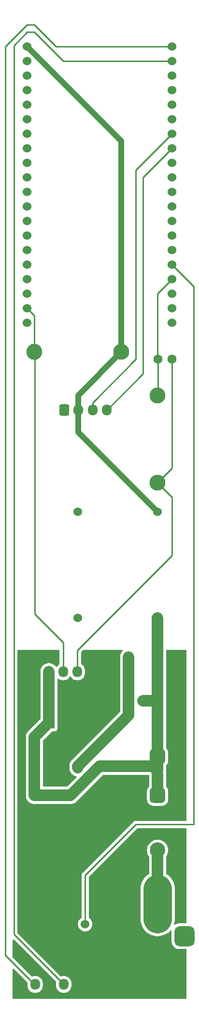
<source format=gtl>
%TF.GenerationSoftware,KiCad,Pcbnew,7.0.11-2.fc39*%
%TF.CreationDate,2024-04-23T12:03:01+00:00*%
%TF.ProjectId,Smart Prusa MK4 enclosure,536d6172-7420-4507-9275-7361204d4b34,1.2*%
%TF.SameCoordinates,Original*%
%TF.FileFunction,Copper,L1,Top*%
%TF.FilePolarity,Positive*%
%FSLAX46Y46*%
G04 Gerber Fmt 4.6, Leading zero omitted, Abs format (unit mm)*
G04 Created by KiCad (PCBNEW 7.0.11-2.fc39) date 2024-04-23 12:03:01*
%MOMM*%
%LPD*%
G01*
G04 APERTURE LIST*
G04 Aperture macros list*
%AMRoundRect*
0 Rectangle with rounded corners*
0 $1 Rounding radius*
0 $2 $3 $4 $5 $6 $7 $8 $9 X,Y pos of 4 corners*
0 Add a 4 corners polygon primitive as box body*
4,1,4,$2,$3,$4,$5,$6,$7,$8,$9,$2,$3,0*
0 Add four circle primitives for the rounded corners*
1,1,$1+$1,$2,$3*
1,1,$1+$1,$4,$5*
1,1,$1+$1,$6,$7*
1,1,$1+$1,$8,$9*
0 Add four rect primitives between the rounded corners*
20,1,$1+$1,$2,$3,$4,$5,0*
20,1,$1+$1,$4,$5,$6,$7,0*
20,1,$1+$1,$6,$7,$8,$9,0*
20,1,$1+$1,$8,$9,$2,$3,0*%
G04 Aperture macros list end*
%TA.AperFunction,ComponentPad*%
%ADD10C,2.800000*%
%TD*%
%TA.AperFunction,ComponentPad*%
%ADD11O,2.800000X2.800000*%
%TD*%
%TA.AperFunction,ComponentPad*%
%ADD12RoundRect,0.250000X-0.600000X-0.725000X0.600000X-0.725000X0.600000X0.725000X-0.600000X0.725000X0*%
%TD*%
%TA.AperFunction,ComponentPad*%
%ADD13O,1.700000X1.950000*%
%TD*%
%TA.AperFunction,ComponentPad*%
%ADD14RoundRect,0.675000X-0.675000X0.675000X-0.675000X-0.675000X0.675000X-0.675000X0.675000X0.675000X0*%
%TD*%
%TA.AperFunction,ComponentPad*%
%ADD15C,2.700000*%
%TD*%
%TA.AperFunction,ComponentPad*%
%ADD16C,1.524000*%
%TD*%
%TA.AperFunction,ComponentPad*%
%ADD17R,3.500000X3.500000*%
%TD*%
%TA.AperFunction,ComponentPad*%
%ADD18RoundRect,0.750000X1.000000X-0.750000X1.000000X0.750000X-1.000000X0.750000X-1.000000X-0.750000X0*%
%TD*%
%TA.AperFunction,ComponentPad*%
%ADD19RoundRect,0.875000X0.875000X-0.875000X0.875000X0.875000X-0.875000X0.875000X-0.875000X-0.875000X0*%
%TD*%
%TA.AperFunction,ComponentPad*%
%ADD20O,2.000000X2.000000*%
%TD*%
%TA.AperFunction,ComponentPad*%
%ADD21R,2.000000X2.000000*%
%TD*%
%TA.AperFunction,ComponentPad*%
%ADD22RoundRect,0.250000X0.600000X0.725000X-0.600000X0.725000X-0.600000X-0.725000X0.600000X-0.725000X0*%
%TD*%
%TA.AperFunction,ComponentPad*%
%ADD23RoundRect,0.250000X-0.600000X-0.750000X0.600000X-0.750000X0.600000X0.750000X-0.600000X0.750000X0*%
%TD*%
%TA.AperFunction,ComponentPad*%
%ADD24O,1.700000X2.000000*%
%TD*%
%TA.AperFunction,ComponentPad*%
%ADD25C,1.600000*%
%TD*%
%TA.AperFunction,Conductor*%
%ADD26C,0.250000*%
%TD*%
%TA.AperFunction,Conductor*%
%ADD27C,2.000000*%
%TD*%
%TA.AperFunction,Conductor*%
%ADD28C,1.000000*%
%TD*%
%TA.AperFunction,Conductor*%
%ADD29C,5.000000*%
%TD*%
G04 APERTURE END LIST*
D10*
%TO.P,R2,1*%
%TO.N,fan_pwm_filtered*%
X48260000Y-83820000D03*
D11*
%TO.P,R2,2*%
%TO.N,fan_pwm*%
X48260000Y-99060000D03*
%TD*%
D12*
%TO.P,SENSOCKET1,1*%
%TO.N,GND*%
X31870000Y-86360000D03*
D13*
%TO.P,SENSOCKET1,2*%
%TO.N,+3.3V*%
X34370000Y-86360000D03*
%TO.P,SENSOCKET1,3*%
%TO.N,Net-(U1-GPIO40{slash}MTDO)*%
X36870000Y-86360000D03*
%TO.P,SENSOCKET1,4*%
%TO.N,Net-(U1-GPIO39{slash}MTCK)*%
X39370000Y-86360000D03*
%TD*%
D14*
%TO.P,F1,1*%
%TO.N,+24V*%
X48260000Y-146910000D03*
X48260000Y-153670000D03*
D15*
%TO.P,F1,2*%
%TO.N,Net-(F1-Pad2)*%
X48260000Y-163260000D03*
X48260000Y-170020000D03*
%TD*%
D16*
%TO.P,MOSLED1,5,GND*%
%TO.N,GND*%
X33020000Y-176160000D03*
%TO.P,MOSLED1,4,PWM*%
%TO.N,Net-(MOSLED1-PWM)*%
X35560000Y-176160000D03*
%TO.P,MOSLED1,3,-*%
%TO.N,GND*%
X30480000Y-148860000D03*
%TO.P,MOSLED1,2,LOAD*%
%TO.N,VDD*%
X34290000Y-148860000D03*
%TO.P,MOSLED1,1,+*%
%TO.N,+24V*%
X38100000Y-148860000D03*
%TD*%
D17*
%TO.P,J1,1*%
%TO.N,Net-(F1-Pad2)*%
X48260000Y-175260000D03*
D18*
%TO.P,J1,2*%
%TO.N,GND*%
X48260000Y-181260000D03*
D19*
%TO.P,J1,3*%
%TO.N,N/C*%
X52960000Y-178260000D03*
%TD*%
D12*
%TO.P,FANSOCKET1,1*%
%TO.N,GND*%
X26710000Y-132080000D03*
D13*
%TO.P,FANSOCKET1,2*%
%TO.N,+24V*%
X29210000Y-132080000D03*
%TO.P,FANSOCKET1,3*%
%TO.N,pulse_counter*%
X31710000Y-132080000D03*
%TO.P,FANSOCKET1,4*%
%TO.N,fan_pwm*%
X34210000Y-132080000D03*
%TD*%
D20*
%TO.P,S1,2,A*%
%TO.N,VDD*%
X43180000Y-129540000D03*
D21*
%TO.P,S1,1,K*%
%TO.N,+24V*%
X48260000Y-129540000D03*
%TD*%
D10*
%TO.P,R1,1*%
%TO.N,pulse_counter*%
X26670000Y-76200000D03*
D11*
%TO.P,R1,2*%
%TO.N,+3.3V*%
X41910000Y-76200000D03*
%TD*%
D22*
%TO.P,CPSOCKET1,1*%
%TO.N,GND*%
X34290000Y-186690000D03*
D13*
%TO.P,CPSOCKET1,2*%
%TO.N,filt_toggle*%
X31790000Y-186690000D03*
%TO.P,CPSOCKET1,3*%
%TO.N,GND*%
X29290000Y-186690000D03*
%TO.P,CPSOCKET1,4*%
%TO.N,led_toggle*%
X26790000Y-186690000D03*
%TD*%
D23*
%TO.P,LEDSOCKET1,1*%
%TO.N,VDD*%
X43180000Y-137160000D03*
D24*
%TO.P,LEDSOCKET1,2*%
%TO.N,+24V*%
X45680000Y-137160000D03*
%TD*%
D25*
%TO.P,C1,1*%
%TO.N,fan_pwm_filtered*%
X48300000Y-77470000D03*
%TO.P,C1,2*%
%TO.N,fan_pwm*%
X50800000Y-77470000D03*
%TD*%
D20*
%TO.P,S2,2,A*%
%TO.N,GND*%
X34290000Y-140970000D03*
D21*
%TO.P,S2,1,K*%
%TO.N,+24V*%
X29210000Y-140970000D03*
%TD*%
D16*
%TO.P,U1,-1*%
%TO.N,N/C*%
X25400000Y-25400000D03*
%TO.P,U1,2,3V3*%
%TO.N,+3.3V*%
X25400000Y-22860000D03*
%TO.P,U1,4,GPIO4/ADC1_CH3*%
%TO.N,unconnected-(U1-GPIO4{slash}ADC1_CH3-Pad4)*%
X25400000Y-27940000D03*
%TO.P,U1,5,GPIO5/ADC1_CH4*%
%TO.N,unconnected-(U1-GPIO5{slash}ADC1_CH4-Pad5)*%
X25400000Y-30480000D03*
%TO.P,U1,6,GPIO6/ADC1_CH5*%
%TO.N,unconnected-(U1-GPIO6{slash}ADC1_CH5-Pad6)*%
X25400000Y-33020000D03*
%TO.P,U1,7,GPIO7/ADC1_CH6*%
%TO.N,unconnected-(U1-GPIO7{slash}ADC1_CH6-Pad7)*%
X25400000Y-35560000D03*
%TO.P,U1,8,GPIO15/ADC2_CH4/32K_P*%
%TO.N,unconnected-(U1-GPIO15{slash}ADC2_CH4{slash}32K_P-Pad8)*%
X25400000Y-38100000D03*
%TO.P,U1,9,GPIO16/ADC2_CH5/32K_N*%
%TO.N,unconnected-(U1-GPIO16{slash}ADC2_CH5{slash}32K_N-Pad9)*%
X25400000Y-40640000D03*
%TO.P,U1,10,GPIO17/ADC2_CH6*%
%TO.N,unconnected-(U1-GPIO17{slash}ADC2_CH6-Pad10)*%
X25400000Y-43180000D03*
%TO.P,U1,11,GPIO18/ADC2_CH7*%
%TO.N,unconnected-(U1-GPIO18{slash}ADC2_CH7-Pad11)*%
X25400000Y-45720000D03*
%TO.P,U1,12,GPIO8/ADC1_CH7*%
%TO.N,unconnected-(U1-GPIO8{slash}ADC1_CH7-Pad12)*%
X25400000Y-48260000D03*
%TO.P,U1,13,GPIO3/ADC1_CH2*%
%TO.N,unconnected-(U1-GPIO3{slash}ADC1_CH2-Pad13)*%
X25400000Y-50800000D03*
%TO.P,U1,14,GPIO46*%
%TO.N,unconnected-(U1-GPIO46-Pad14)*%
X25400000Y-53340000D03*
%TO.P,U1,15,GPIO9/ADC1_CH8*%
%TO.N,unconnected-(U1-GPIO9{slash}ADC1_CH8-Pad15)*%
X25400000Y-55880000D03*
%TO.P,U1,16,GPIO10/ADC1_CH9*%
%TO.N,unconnected-(U1-GPIO10{slash}ADC1_CH9-Pad16)*%
X25400000Y-58420000D03*
%TO.P,U1,17,GPIO11/ADC2_CH0*%
%TO.N,unconnected-(U1-GPIO11{slash}ADC2_CH0-Pad17)*%
X25400000Y-60960000D03*
%TO.P,U1,18,GPIO12/ADC2_CH1*%
%TO.N,unconnected-(U1-GPIO12{slash}ADC2_CH1-Pad18)*%
X25400000Y-63500000D03*
%TO.P,U1,19,GPIO13/ADC2_CH2*%
%TO.N,unconnected-(U1-GPIO13{slash}ADC2_CH2-Pad19)*%
X25400000Y-66040000D03*
%TO.P,U1,20,GPIO14/ADC2_CH3*%
%TO.N,pulse_counter*%
X25400000Y-68580000D03*
%TO.P,U1,21,5V*%
%TO.N,unconnected-(U1-5V-Pad21)*%
X25400000Y-71120000D03*
%TO.P,U1,25,GPIO19/USB_D-*%
%TO.N,unconnected-(U1-GPIO19{slash}USB_D--Pad25)*%
X50800000Y-68580000D03*
%TO.P,U1,26,GPIO20/USB_D+*%
%TO.N,unconnected-(U1-GPIO20{slash}USB_D+-Pad26)*%
X50800000Y-66040000D03*
%TO.P,U1,27,GPIO21*%
%TO.N,fan_pwm_filtered*%
X50800000Y-63500000D03*
%TO.P,U1,28,GPIO47*%
%TO.N,Net-(MOSLED1-PWM)*%
X50800000Y-60960000D03*
%TO.P,U1,29,GPIO48*%
%TO.N,unconnected-(U1-GPIO48-Pad29)*%
X50800000Y-58420000D03*
%TO.P,U1,30,GPIO45*%
%TO.N,unconnected-(U1-GPIO45-Pad30)*%
X50800000Y-55880000D03*
%TO.P,U1,31,GPIO0*%
%TO.N,unconnected-(U1-GPIO0-Pad31)*%
X50800000Y-53340000D03*
%TO.P,U1,32,GPIO35*%
%TO.N,unconnected-(U1-GPIO35-Pad32)*%
X50800000Y-50800000D03*
%TO.P,U1,33,GPIO36*%
%TO.N,unconnected-(U1-GPIO36-Pad33)*%
X50800000Y-48260000D03*
%TO.P,U1,34,GPIO37*%
%TO.N,unconnected-(U1-GPIO37-Pad34)*%
X50800000Y-45720000D03*
%TO.P,U1,35,GPIO38*%
%TO.N,unconnected-(U1-GPIO38-Pad35)*%
X50800000Y-43180000D03*
%TO.P,U1,36,GPIO39/MTCK*%
%TO.N,Net-(U1-GPIO39{slash}MTCK)*%
X50800000Y-40640000D03*
%TO.P,U1,37,GPIO40/MTDO*%
%TO.N,Net-(U1-GPIO40{slash}MTDO)*%
X50800000Y-38100000D03*
%TO.P,U1,38,GPIO41/MTDI*%
%TO.N,unconnected-(U1-GPIO41{slash}MTDI-Pad38)*%
X50800000Y-35560000D03*
%TO.P,U1,39,GPIO42/MTMS*%
%TO.N,unconnected-(U1-GPIO42{slash}MTMS-Pad39)*%
X50800000Y-33020000D03*
%TO.P,U1,40,GPIO2/ADC1_CH1*%
%TO.N,unconnected-(U1-GPIO2{slash}ADC1_CH1-Pad40)*%
X50800000Y-30480000D03*
%TO.P,U1,41,GPIO1/ADC1_CH0*%
%TO.N,unconnected-(U1-GPIO1{slash}ADC1_CH0-Pad41)*%
X50800000Y-27940000D03*
%TO.P,U1,42,GPIO44/U0RXD*%
%TO.N,filt_toggle*%
X50800000Y-25400000D03*
%TO.P,U1,43,GPIO43/U0TXD*%
%TO.N,led_toggle*%
X50800000Y-22860000D03*
%TO.P,U1,44,GND*%
%TO.N,GND*%
X50800000Y-71120000D03*
%TD*%
%TO.P,P1,1,IN*%
%TO.N,+24V*%
X48260000Y-122640000D03*
%TO.P,P1,2,GND*%
%TO.N,GND*%
X34260000Y-122640000D03*
X34260000Y-104140000D03*
%TO.P,P1,3,OUT*%
%TO.N,+3.3V*%
X48260000Y-104140000D03*
%TD*%
D26*
%TO.N,fan_pwm_filtered*%
X48260000Y-66040000D02*
X48260000Y-77430000D01*
X50800000Y-63500000D02*
X48260000Y-66040000D01*
X48300000Y-77470000D02*
X48300000Y-83780000D01*
D27*
%TO.N,+24V*%
X48260000Y-137160000D02*
X48260000Y-149450000D01*
X48260000Y-149450000D02*
X47400000Y-148590000D01*
X48260000Y-137160000D02*
X48260000Y-129540000D01*
X26670000Y-153670000D02*
X26670000Y-143510000D01*
X45680000Y-137160000D02*
X48260000Y-137160000D01*
X38100000Y-148590000D02*
X33020000Y-153670000D01*
X26670000Y-143510000D02*
X29210000Y-140970000D01*
X29210000Y-140970000D02*
X29210000Y-132080000D01*
X47400000Y-148590000D02*
X38100000Y-148590000D01*
X48260000Y-150020000D02*
X48260000Y-153670000D01*
X48260000Y-122640000D02*
X48260000Y-129540000D01*
X33020000Y-153670000D02*
X26670000Y-153670000D01*
D26*
%TO.N,pulse_counter*%
X26670000Y-76200000D02*
X26670000Y-69850000D01*
X26670000Y-69850000D02*
X25400000Y-68580000D01*
X31710000Y-126960000D02*
X26750000Y-122000000D01*
X26750000Y-122000000D02*
X26750000Y-76280000D01*
X31710000Y-132080000D02*
X31710000Y-126960000D01*
D27*
%TO.N,VDD*%
X43180000Y-137160000D02*
X43180000Y-129540000D01*
X34290000Y-148590000D02*
X43180000Y-139700000D01*
X34290000Y-148860000D02*
X34290000Y-148590000D01*
X43180000Y-139700000D02*
X43180000Y-137160000D01*
D28*
%TO.N,+3.3V*%
X41910000Y-39370000D02*
X41910000Y-76200000D01*
X34330000Y-90210000D02*
X34330000Y-83780000D01*
X48260000Y-104140000D02*
X34330000Y-90210000D01*
X34330000Y-83780000D02*
X41910000Y-76200000D01*
X25400000Y-22860000D02*
X41910000Y-39370000D01*
D26*
%TO.N,Net-(MOSLED1-PWM)*%
X54610000Y-158750000D02*
X44450000Y-158750000D01*
X44450000Y-158750000D02*
X35560000Y-167640000D01*
X35560000Y-167640000D02*
X35560000Y-176160000D01*
X50800000Y-60960000D02*
X54610000Y-64770000D01*
X54610000Y-64770000D02*
X54610000Y-158750000D01*
%TO.N,Net-(U1-GPIO39{slash}MTCK)*%
X45720000Y-45720000D02*
X50800000Y-40640000D01*
X39330000Y-86400000D02*
X45720000Y-80010000D01*
X45720000Y-80010000D02*
X45720000Y-45720000D01*
%TO.N,Net-(U1-GPIO40{slash}MTDO)*%
X36870000Y-85050000D02*
X44450000Y-77470000D01*
X44450000Y-77470000D02*
X44450000Y-44450000D01*
X44450000Y-44450000D02*
X50800000Y-38100000D01*
X36870000Y-86360000D02*
X36870000Y-85050000D01*
%TO.N,led_toggle*%
X26670000Y-186690000D02*
X21590000Y-181610000D01*
X30480000Y-22860000D02*
X50800000Y-22860000D01*
X21590000Y-22860000D02*
X25400000Y-19050000D01*
X21590000Y-181610000D02*
X21590000Y-22860000D01*
X25400000Y-19050000D02*
X26670000Y-19050000D01*
X26670000Y-19050000D02*
X30480000Y-22860000D01*
%TO.N,filt_toggle*%
X31750000Y-25400000D02*
X50800000Y-25400000D01*
X25400000Y-20320000D02*
X26670000Y-20320000D01*
X26670000Y-20320000D02*
X31750000Y-25400000D01*
X23075000Y-22645000D02*
X25400000Y-20320000D01*
X23075000Y-177975000D02*
X23075000Y-22645000D01*
X31790000Y-186690000D02*
X23075000Y-177975000D01*
D29*
%TO.N,Net-(F1-Pad2)*%
X48260000Y-175260000D02*
X48260000Y-170020000D01*
D27*
X48260000Y-163260000D02*
X48260000Y-173130000D01*
D26*
%TO.N,fan_pwm*%
X50800000Y-111760000D02*
X34210000Y-128350000D01*
X48260000Y-99060000D02*
X50800000Y-101600000D01*
X50800000Y-96520000D02*
X48260000Y-99060000D01*
X50800000Y-101600000D02*
X50800000Y-111760000D01*
X34210000Y-128350000D02*
X34210000Y-132080000D01*
X50800000Y-77470000D02*
X50800000Y-96520000D01*
%TD*%
%TA.AperFunction,Conductor*%
%TO.N,GND*%
G36*
X31027539Y-128289685D02*
G01*
X31073294Y-128342489D01*
X31084500Y-128394000D01*
X31084500Y-130679773D01*
X31064815Y-130746812D01*
X31031623Y-130781348D01*
X30838597Y-130916505D01*
X30671508Y-131083594D01*
X30611029Y-131169968D01*
X30556452Y-131213592D01*
X30486953Y-131220785D01*
X30424599Y-131189263D01*
X30405645Y-131166665D01*
X30398166Y-131155217D01*
X30332232Y-131083594D01*
X30229744Y-130972262D01*
X30033509Y-130819526D01*
X30033507Y-130819525D01*
X30033506Y-130819524D01*
X29814811Y-130701172D01*
X29814802Y-130701169D01*
X29579616Y-130620429D01*
X29334335Y-130579500D01*
X29085665Y-130579500D01*
X28840383Y-130620429D01*
X28605197Y-130701169D01*
X28605188Y-130701172D01*
X28386493Y-130819524D01*
X28190257Y-130972261D01*
X28021833Y-131155217D01*
X27885826Y-131363393D01*
X27785936Y-131591118D01*
X27724892Y-131832175D01*
X27724890Y-131832186D01*
X27709500Y-132017922D01*
X27709500Y-140297109D01*
X27689815Y-140364148D01*
X27673181Y-140384790D01*
X25680306Y-142377664D01*
X25668794Y-142387832D01*
X25650255Y-142402262D01*
X25588776Y-142469045D01*
X25585231Y-142472739D01*
X25565104Y-142492865D01*
X25565094Y-142492877D01*
X25546689Y-142514608D01*
X25543298Y-142518448D01*
X25481838Y-142585211D01*
X25481835Y-142585214D01*
X25468994Y-142604870D01*
X25459813Y-142617183D01*
X25444635Y-142635104D01*
X25398174Y-142713074D01*
X25395462Y-142717417D01*
X25345829Y-142793389D01*
X25345824Y-142793397D01*
X25336397Y-142814889D01*
X25329367Y-142828546D01*
X25317348Y-142848716D01*
X25317343Y-142848726D01*
X25284347Y-142933288D01*
X25282386Y-142938021D01*
X25245937Y-143021118D01*
X25245935Y-143021123D01*
X25240169Y-143043890D01*
X25235484Y-143058515D01*
X25226953Y-143080379D01*
X25226948Y-143080395D01*
X25208324Y-143169211D01*
X25207170Y-143174201D01*
X25184892Y-143262175D01*
X25184890Y-143262186D01*
X25182952Y-143285577D01*
X25180737Y-143300778D01*
X25175920Y-143323750D01*
X25175919Y-143323763D01*
X25172168Y-143414440D01*
X25171851Y-143419550D01*
X25169500Y-143447934D01*
X25169500Y-143476402D01*
X25169394Y-143481526D01*
X25165642Y-143572219D01*
X25168548Y-143595526D01*
X25169500Y-143610863D01*
X25169500Y-153794336D01*
X25178905Y-153850705D01*
X25180172Y-153860871D01*
X25184891Y-153917815D01*
X25184892Y-153917824D01*
X25198918Y-153973214D01*
X25201020Y-153983238D01*
X25210429Y-154039617D01*
X25228983Y-154093659D01*
X25231907Y-154103480D01*
X25245937Y-154158882D01*
X25268893Y-154211214D01*
X25272611Y-154220745D01*
X25291172Y-154274809D01*
X25291172Y-154274811D01*
X25318376Y-154325078D01*
X25322877Y-154334286D01*
X25345827Y-154386607D01*
X25377081Y-154434446D01*
X25382320Y-154443239D01*
X25409521Y-154493502D01*
X25409526Y-154493510D01*
X25444625Y-154538605D01*
X25450578Y-154546943D01*
X25481835Y-154594784D01*
X25481837Y-154594786D01*
X25520538Y-154636826D01*
X25527159Y-154644644D01*
X25562262Y-154689744D01*
X25562264Y-154689746D01*
X25562265Y-154689747D01*
X25562269Y-154689751D01*
X25579074Y-154705220D01*
X25604313Y-154728455D01*
X25611543Y-154735685D01*
X25624123Y-154749350D01*
X25650248Y-154777731D01*
X25650256Y-154777738D01*
X25695358Y-154812842D01*
X25703169Y-154819458D01*
X25745215Y-154858164D01*
X25745217Y-154858165D01*
X25793050Y-154889416D01*
X25801383Y-154895365D01*
X25846491Y-154930474D01*
X25896765Y-154957680D01*
X25905553Y-154962918D01*
X25953388Y-154994170D01*
X25953393Y-154994173D01*
X26005723Y-155017126D01*
X26014918Y-155021621D01*
X26065190Y-155048828D01*
X26119252Y-155067387D01*
X26128791Y-155071109D01*
X26181119Y-155094063D01*
X26181120Y-155094063D01*
X26181122Y-155094064D01*
X26181121Y-155094064D01*
X26220616Y-155104064D01*
X26236509Y-155108089D01*
X26246315Y-155111008D01*
X26300386Y-155129571D01*
X26300390Y-155129571D01*
X26300391Y-155129572D01*
X26316129Y-155132198D01*
X26356752Y-155138976D01*
X26366768Y-155141076D01*
X26422179Y-155155108D01*
X26479139Y-155159827D01*
X26489296Y-155161093D01*
X26545665Y-155170500D01*
X26607933Y-155170500D01*
X32919136Y-155170500D01*
X32934473Y-155171452D01*
X32957779Y-155174357D01*
X32957779Y-155174356D01*
X32957780Y-155174357D01*
X33048472Y-155170606D01*
X33053596Y-155170500D01*
X33082066Y-155170500D01*
X33082067Y-155170500D01*
X33110444Y-155168147D01*
X33115540Y-155167831D01*
X33206237Y-155164081D01*
X33229227Y-155159259D01*
X33244413Y-155157047D01*
X33267821Y-155155108D01*
X33355848Y-155132815D01*
X33360754Y-155131680D01*
X33449614Y-155113049D01*
X33471486Y-155104513D01*
X33486116Y-155099827D01*
X33508881Y-155094063D01*
X33569702Y-155067384D01*
X33591990Y-155057608D01*
X33596726Y-155055646D01*
X33681274Y-155022656D01*
X33701450Y-155010632D01*
X33715114Y-155003599D01*
X33736607Y-154994173D01*
X33812614Y-154944514D01*
X33816880Y-154941851D01*
X33894894Y-154895366D01*
X33912813Y-154880188D01*
X33925124Y-154871008D01*
X33944785Y-154858164D01*
X34011584Y-154796669D01*
X34015380Y-154793318D01*
X34037126Y-154774902D01*
X34057288Y-154754738D01*
X34060938Y-154751236D01*
X34127738Y-154689744D01*
X34142167Y-154671203D01*
X34152324Y-154659702D01*
X38685209Y-150126819D01*
X38746532Y-150093334D01*
X38772890Y-150090500D01*
X46635500Y-150090500D01*
X46702539Y-150110185D01*
X46748294Y-150162989D01*
X46759500Y-150214500D01*
X46759500Y-152106729D01*
X46739815Y-152173768D01*
X46723181Y-152194410D01*
X46676778Y-152240812D01*
X46676773Y-152240818D01*
X46606018Y-152344107D01*
X46553657Y-152420546D01*
X46553655Y-152420549D01*
X46553655Y-152420550D01*
X46465662Y-152619836D01*
X46465659Y-152619843D01*
X46415786Y-152831890D01*
X46415784Y-152831906D01*
X46409500Y-152922444D01*
X46409500Y-154417555D01*
X46415784Y-154508093D01*
X46415786Y-154508109D01*
X46465659Y-154720156D01*
X46465661Y-154720161D01*
X46465662Y-154720164D01*
X46553657Y-154919454D01*
X46642279Y-155048825D01*
X46676773Y-155099181D01*
X46676778Y-155099187D01*
X46830812Y-155253221D01*
X46830818Y-155253226D01*
X47010546Y-155376343D01*
X47209836Y-155464338D01*
X47209841Y-155464339D01*
X47209843Y-155464340D01*
X47421890Y-155514213D01*
X47421895Y-155514213D01*
X47421901Y-155514215D01*
X47472204Y-155517706D01*
X47512444Y-155520500D01*
X47512448Y-155520500D01*
X49007556Y-155520500D01*
X49043770Y-155517986D01*
X49098099Y-155514215D01*
X49098105Y-155514213D01*
X49098109Y-155514213D01*
X49310156Y-155464340D01*
X49310156Y-155464339D01*
X49310164Y-155464338D01*
X49509454Y-155376343D01*
X49689182Y-155253226D01*
X49843226Y-155099182D01*
X49966343Y-154919454D01*
X50054338Y-154720164D01*
X50061493Y-154689744D01*
X50104213Y-154508109D01*
X50104213Y-154508105D01*
X50104215Y-154508099D01*
X50110500Y-154417552D01*
X50110500Y-152922448D01*
X50104215Y-152831901D01*
X50104213Y-152831895D01*
X50104213Y-152831890D01*
X50054340Y-152619843D01*
X50054339Y-152619841D01*
X50054338Y-152619836D01*
X49966343Y-152420546D01*
X49843226Y-152240818D01*
X49843221Y-152240812D01*
X49796819Y-152194410D01*
X49763334Y-152133087D01*
X49760500Y-152106729D01*
X49760500Y-149957937D01*
X49760499Y-149957921D01*
X49745109Y-149772186D01*
X49745108Y-149772184D01*
X49745108Y-149772179D01*
X49743403Y-149765446D01*
X49743403Y-149704552D01*
X49745108Y-149697821D01*
X49752604Y-149607346D01*
X49753125Y-149602322D01*
X49764357Y-149512221D01*
X49760606Y-149421526D01*
X49760500Y-149416402D01*
X49760500Y-148473270D01*
X49780185Y-148406231D01*
X49796820Y-148385588D01*
X49816831Y-148365577D01*
X49843226Y-148339182D01*
X49966343Y-148159454D01*
X50054338Y-147960164D01*
X50061732Y-147928726D01*
X50104213Y-147748109D01*
X50104213Y-147748105D01*
X50104215Y-147748099D01*
X50109968Y-147665214D01*
X50110500Y-147657555D01*
X50110500Y-146162444D01*
X50104215Y-146071906D01*
X50104215Y-146071901D01*
X50104213Y-146071895D01*
X50104213Y-146071890D01*
X50054340Y-145859843D01*
X50054339Y-145859841D01*
X50054338Y-145859836D01*
X49966343Y-145660546D01*
X49843226Y-145480818D01*
X49843221Y-145480812D01*
X49796819Y-145434410D01*
X49763334Y-145373087D01*
X49760500Y-145346729D01*
X49760500Y-128394000D01*
X49780185Y-128326961D01*
X49832989Y-128281206D01*
X49884500Y-128270000D01*
X53216000Y-128270000D01*
X53283039Y-128289685D01*
X53328794Y-128342489D01*
X53340000Y-128394000D01*
X53340000Y-158000500D01*
X53320315Y-158067539D01*
X53267511Y-158113294D01*
X53216000Y-158124500D01*
X44532743Y-158124500D01*
X44517122Y-158122775D01*
X44517095Y-158123061D01*
X44509333Y-158122326D01*
X44442113Y-158124439D01*
X44438219Y-158124500D01*
X44410650Y-158124500D01*
X44406673Y-158125002D01*
X44395042Y-158125917D01*
X44351374Y-158127289D01*
X44351368Y-158127290D01*
X44332126Y-158132880D01*
X44313087Y-158136823D01*
X44293217Y-158139334D01*
X44293203Y-158139337D01*
X44252598Y-158155413D01*
X44241554Y-158159194D01*
X44199614Y-158171379D01*
X44199610Y-158171381D01*
X44182366Y-158181579D01*
X44164905Y-158190133D01*
X44146274Y-158197510D01*
X44146262Y-158197517D01*
X44110933Y-158223185D01*
X44101173Y-158229596D01*
X44063580Y-158251829D01*
X44049414Y-158265995D01*
X44034624Y-158278627D01*
X44018414Y-158290404D01*
X44018411Y-158290407D01*
X43990573Y-158324058D01*
X43982711Y-158332697D01*
X35176208Y-167139199D01*
X35163951Y-167149020D01*
X35164134Y-167149241D01*
X35158122Y-167154214D01*
X35112098Y-167203223D01*
X35109391Y-167206016D01*
X35089889Y-167225517D01*
X35089875Y-167225534D01*
X35087407Y-167228715D01*
X35079843Y-167237570D01*
X35049937Y-167269418D01*
X35049936Y-167269420D01*
X35040284Y-167286976D01*
X35029610Y-167303226D01*
X35017329Y-167319061D01*
X35017324Y-167319068D01*
X34999975Y-167359158D01*
X34994838Y-167369644D01*
X34973803Y-167407906D01*
X34968822Y-167427307D01*
X34962521Y-167445710D01*
X34954562Y-167464102D01*
X34954561Y-167464105D01*
X34947728Y-167507243D01*
X34945360Y-167518674D01*
X34934501Y-167560971D01*
X34934500Y-167560982D01*
X34934500Y-167581016D01*
X34932973Y-167600415D01*
X34929840Y-167620194D01*
X34929840Y-167620195D01*
X34933950Y-167663674D01*
X34934500Y-167675343D01*
X34934500Y-174992201D01*
X34914815Y-175059240D01*
X34881623Y-175093776D01*
X34745377Y-175189175D01*
X34589175Y-175345377D01*
X34462466Y-175526338D01*
X34462465Y-175526340D01*
X34369107Y-175726548D01*
X34369104Y-175726554D01*
X34311930Y-175939929D01*
X34311929Y-175939937D01*
X34292677Y-176159997D01*
X34292677Y-176160002D01*
X34311929Y-176380062D01*
X34311930Y-176380070D01*
X34369104Y-176593445D01*
X34369105Y-176593447D01*
X34369106Y-176593450D01*
X34460670Y-176789810D01*
X34462466Y-176793662D01*
X34462468Y-176793666D01*
X34589170Y-176974615D01*
X34589175Y-176974621D01*
X34745378Y-177130824D01*
X34745384Y-177130829D01*
X34926333Y-177257531D01*
X34926335Y-177257532D01*
X34926338Y-177257534D01*
X35126550Y-177350894D01*
X35339932Y-177408070D01*
X35497123Y-177421822D01*
X35559998Y-177427323D01*
X35560000Y-177427323D01*
X35560002Y-177427323D01*
X35615017Y-177422509D01*
X35780068Y-177408070D01*
X35993450Y-177350894D01*
X36193662Y-177257534D01*
X36374620Y-177130826D01*
X36530826Y-176974620D01*
X36657534Y-176793662D01*
X36750894Y-176593450D01*
X36808070Y-176380068D01*
X36827323Y-176160000D01*
X36808070Y-175939932D01*
X36750894Y-175726550D01*
X36657534Y-175526339D01*
X36530826Y-175345380D01*
X36374620Y-175189174D01*
X36238376Y-175093775D01*
X36194752Y-175039198D01*
X36185500Y-174992200D01*
X36185500Y-167950452D01*
X36205185Y-167883413D01*
X36221819Y-167862771D01*
X44672771Y-159411819D01*
X44734094Y-159378334D01*
X44760452Y-159375500D01*
X53216000Y-159375500D01*
X53283039Y-159395185D01*
X53328794Y-159447989D01*
X53340000Y-159499500D01*
X53340000Y-175885500D01*
X53320315Y-175952539D01*
X53267511Y-175998294D01*
X53216000Y-176009500D01*
X51991378Y-176009500D01*
X51991370Y-176009500D01*
X51991347Y-176009501D01*
X51938756Y-176012295D01*
X51938755Y-176012295D01*
X51708878Y-176056754D01*
X51708876Y-176056754D01*
X51708874Y-176056755D01*
X51634933Y-176084659D01*
X51489810Y-176139425D01*
X51323855Y-176236811D01*
X51256073Y-176253763D01*
X51189886Y-176231378D01*
X51146308Y-176176764D01*
X51139175Y-176107259D01*
X51142307Y-176094301D01*
X51184565Y-175953150D01*
X51184571Y-175953127D01*
X51245260Y-175608938D01*
X51245259Y-175608938D01*
X51245262Y-175608927D01*
X51260500Y-175347305D01*
X51260500Y-169932695D01*
X51245262Y-169671073D01*
X51245260Y-169671061D01*
X51184571Y-169326872D01*
X51184569Y-169326865D01*
X51084325Y-168992027D01*
X50945892Y-168671104D01*
X50945889Y-168671096D01*
X50771130Y-168368404D01*
X50771129Y-168368402D01*
X50562415Y-168088050D01*
X50562410Y-168088044D01*
X50369349Y-167883413D01*
X50322558Y-167833817D01*
X50119789Y-167663674D01*
X50054813Y-167609152D01*
X50054805Y-167609146D01*
X49816361Y-167452318D01*
X49771167Y-167399033D01*
X49760500Y-167348718D01*
X49760500Y-164384721D01*
X49780185Y-164317682D01*
X49785233Y-164310411D01*
X49797496Y-164294028D01*
X49820716Y-164263011D01*
X49947574Y-164030689D01*
X50040077Y-163782678D01*
X50096343Y-163524026D01*
X50115227Y-163260000D01*
X50096343Y-162995974D01*
X50040077Y-162737322D01*
X49947574Y-162489311D01*
X49820716Y-162256989D01*
X49820714Y-162256986D01*
X49662093Y-162045092D01*
X49662077Y-162045074D01*
X49474925Y-161857922D01*
X49474907Y-161857906D01*
X49263013Y-161699285D01*
X49263005Y-161699280D01*
X49030694Y-161572428D01*
X49030690Y-161572426D01*
X48782673Y-161479921D01*
X48524034Y-161423658D01*
X48524027Y-161423657D01*
X48260001Y-161404773D01*
X48259999Y-161404773D01*
X47995972Y-161423657D01*
X47995965Y-161423658D01*
X47737326Y-161479921D01*
X47489309Y-161572426D01*
X47489305Y-161572428D01*
X47256994Y-161699280D01*
X47256986Y-161699285D01*
X47045092Y-161857906D01*
X47045074Y-161857922D01*
X46857922Y-162045074D01*
X46857906Y-162045092D01*
X46699285Y-162256986D01*
X46699280Y-162256994D01*
X46572428Y-162489305D01*
X46572426Y-162489309D01*
X46479921Y-162737326D01*
X46423658Y-162995965D01*
X46423657Y-162995972D01*
X46404773Y-163259998D01*
X46404773Y-163260001D01*
X46423657Y-163524027D01*
X46423658Y-163524034D01*
X46479921Y-163782673D01*
X46572426Y-164030690D01*
X46572428Y-164030694D01*
X46699280Y-164263005D01*
X46699285Y-164263013D01*
X46734767Y-164310411D01*
X46759184Y-164375875D01*
X46759500Y-164384721D01*
X46759500Y-167348718D01*
X46739815Y-167415757D01*
X46703639Y-167452318D01*
X46465194Y-167609146D01*
X46465186Y-167609152D01*
X46197442Y-167833817D01*
X46197440Y-167833819D01*
X45957589Y-168088044D01*
X45957584Y-168088050D01*
X45748870Y-168368402D01*
X45574113Y-168671091D01*
X45574107Y-168671104D01*
X45435674Y-168992027D01*
X45335430Y-169326865D01*
X45335428Y-169326872D01*
X45274739Y-169671061D01*
X45274738Y-169671072D01*
X45259500Y-169932693D01*
X45259500Y-175347306D01*
X45274738Y-175608927D01*
X45274739Y-175608938D01*
X45335428Y-175953127D01*
X45335430Y-175953134D01*
X45435674Y-176287972D01*
X45574107Y-176608895D01*
X45574113Y-176608908D01*
X45748870Y-176911597D01*
X45957584Y-177191949D01*
X45957589Y-177191955D01*
X46051391Y-177291378D01*
X46197442Y-177446183D01*
X46373903Y-177594251D01*
X46465186Y-177670847D01*
X46465194Y-177670853D01*
X46757203Y-177862911D01*
X46757207Y-177862913D01*
X47069549Y-178019777D01*
X47397989Y-178139319D01*
X47738086Y-178219923D01*
X48085241Y-178260500D01*
X48085248Y-178260500D01*
X48434752Y-178260500D01*
X48434759Y-178260500D01*
X48781914Y-178219923D01*
X49122011Y-178139319D01*
X49450451Y-178019777D01*
X49762793Y-177862913D01*
X49986301Y-177715909D01*
X50054805Y-177670853D01*
X50054805Y-177670852D01*
X50054811Y-177670849D01*
X50322558Y-177446183D01*
X50495306Y-177263080D01*
X50555629Y-177227827D01*
X50625436Y-177230782D01*
X50682564Y-177271009D01*
X50708874Y-177335736D01*
X50709500Y-177348175D01*
X50709500Y-179228613D01*
X50709501Y-179228652D01*
X50712295Y-179281243D01*
X50712295Y-179281244D01*
X50756754Y-179511121D01*
X50756755Y-179511126D01*
X50805326Y-179639832D01*
X50839425Y-179730189D01*
X50957929Y-179932131D01*
X50957934Y-179932138D01*
X51108856Y-180111141D01*
X51108858Y-180111143D01*
X51287861Y-180262065D01*
X51287868Y-180262070D01*
X51489810Y-180380574D01*
X51708874Y-180463245D01*
X51938759Y-180507705D01*
X51991378Y-180510500D01*
X51991386Y-180510500D01*
X53216000Y-180510500D01*
X53283039Y-180530185D01*
X53328794Y-180582989D01*
X53340000Y-180634500D01*
X53340000Y-189106000D01*
X53320315Y-189173039D01*
X53267511Y-189218794D01*
X53216000Y-189230000D01*
X22984000Y-189230000D01*
X22916961Y-189210315D01*
X22871206Y-189157511D01*
X22860000Y-189106000D01*
X22860000Y-184063952D01*
X22879685Y-183996913D01*
X22932489Y-183951158D01*
X23001647Y-183941214D01*
X23065203Y-183970239D01*
X23071681Y-183976271D01*
X25411641Y-186316232D01*
X25445126Y-186377555D01*
X25447488Y-186414719D01*
X25439500Y-186506027D01*
X25439500Y-186873967D01*
X25454936Y-187050403D01*
X25454938Y-187050413D01*
X25516094Y-187278655D01*
X25516096Y-187278659D01*
X25516097Y-187278663D01*
X25566031Y-187385746D01*
X25615964Y-187492828D01*
X25615965Y-187492830D01*
X25751505Y-187686402D01*
X25918597Y-187853493D01*
X25918599Y-187853495D01*
X26015384Y-187921265D01*
X26112165Y-187989032D01*
X26112167Y-187989033D01*
X26112170Y-187989035D01*
X26326337Y-188088903D01*
X26554592Y-188150063D01*
X26742918Y-188166539D01*
X26789999Y-188170659D01*
X26790000Y-188170659D01*
X26790001Y-188170659D01*
X26829234Y-188167226D01*
X27025408Y-188150063D01*
X27253663Y-188088903D01*
X27467829Y-187989035D01*
X27661401Y-187853495D01*
X27828495Y-187686401D01*
X27964035Y-187492829D01*
X28063903Y-187278663D01*
X28125063Y-187050408D01*
X28140500Y-186873966D01*
X28140500Y-186506034D01*
X28125063Y-186329592D01*
X28063903Y-186101337D01*
X27964035Y-185887171D01*
X27828495Y-185693599D01*
X27828494Y-185693597D01*
X27661402Y-185526506D01*
X27661395Y-185526501D01*
X27467834Y-185390967D01*
X27467830Y-185390965D01*
X27253663Y-185291097D01*
X27253659Y-185291096D01*
X27253655Y-185291094D01*
X27025413Y-185229938D01*
X27025403Y-185229936D01*
X26790001Y-185209341D01*
X26789999Y-185209341D01*
X26554596Y-185229936D01*
X26554586Y-185229938D01*
X26326344Y-185291094D01*
X26326330Y-185291099D01*
X26288646Y-185308672D01*
X26219568Y-185319164D01*
X26155785Y-185290644D01*
X26148561Y-185283971D01*
X22896319Y-182031728D01*
X22862834Y-181970405D01*
X22860000Y-181944047D01*
X22860000Y-178943952D01*
X22879685Y-178876913D01*
X22932489Y-178831158D01*
X23001647Y-178821214D01*
X23065203Y-178850239D01*
X23071681Y-178856271D01*
X30423347Y-186207938D01*
X30456832Y-186269261D01*
X30455524Y-186324196D01*
X30455878Y-186324259D01*
X30455467Y-186326585D01*
X30455441Y-186327711D01*
X30454939Y-186329584D01*
X30454936Y-186329597D01*
X30439500Y-186506032D01*
X30439500Y-186873967D01*
X30454936Y-187050403D01*
X30454938Y-187050413D01*
X30516094Y-187278655D01*
X30516096Y-187278659D01*
X30516097Y-187278663D01*
X30566031Y-187385746D01*
X30615964Y-187492828D01*
X30615965Y-187492830D01*
X30751505Y-187686402D01*
X30918597Y-187853493D01*
X30918599Y-187853495D01*
X31015384Y-187921265D01*
X31112165Y-187989032D01*
X31112167Y-187989033D01*
X31112170Y-187989035D01*
X31326337Y-188088903D01*
X31554592Y-188150063D01*
X31742918Y-188166539D01*
X31789999Y-188170659D01*
X31790000Y-188170659D01*
X31790001Y-188170659D01*
X31829234Y-188167226D01*
X32025408Y-188150063D01*
X32253663Y-188088903D01*
X32467829Y-187989035D01*
X32661401Y-187853495D01*
X32828495Y-187686401D01*
X32964035Y-187492829D01*
X33063903Y-187278663D01*
X33125063Y-187050408D01*
X33140500Y-186873966D01*
X33140500Y-186506034D01*
X33125063Y-186329592D01*
X33063903Y-186101337D01*
X32964035Y-185887171D01*
X32828495Y-185693599D01*
X32828494Y-185693597D01*
X32661402Y-185526506D01*
X32661395Y-185526501D01*
X32467834Y-185390967D01*
X32467830Y-185390965D01*
X32253663Y-185291097D01*
X32253659Y-185291096D01*
X32253655Y-185291094D01*
X32025413Y-185229938D01*
X32025403Y-185229936D01*
X31790001Y-185209341D01*
X31789999Y-185209341D01*
X31554596Y-185229936D01*
X31554586Y-185229938D01*
X31355542Y-185283271D01*
X31285692Y-185281608D01*
X31235768Y-185251177D01*
X23736819Y-177752228D01*
X23703334Y-177690905D01*
X23700500Y-177664547D01*
X23700500Y-128394000D01*
X23720185Y-128326961D01*
X23772989Y-128281206D01*
X23824500Y-128270000D01*
X30960500Y-128270000D01*
X31027539Y-128289685D01*
G37*
%TD.AperFunction*%
%TA.AperFunction,Conductor*%
G36*
X42093976Y-128289685D02*
G01*
X42139731Y-128342489D01*
X42149675Y-128411647D01*
X42120650Y-128475203D01*
X42118167Y-128477983D01*
X41991833Y-128615217D01*
X41855826Y-128823393D01*
X41755936Y-129051118D01*
X41694892Y-129292175D01*
X41694890Y-129292187D01*
X41674357Y-129539994D01*
X41674357Y-129540004D01*
X41679076Y-129596948D01*
X41679500Y-129607189D01*
X41679500Y-139027109D01*
X41659815Y-139094148D01*
X41643181Y-139114790D01*
X33300306Y-147457664D01*
X33288794Y-147467832D01*
X33270255Y-147482262D01*
X33208776Y-147549045D01*
X33205231Y-147552739D01*
X33185104Y-147572865D01*
X33185094Y-147572877D01*
X33166689Y-147594608D01*
X33163298Y-147598448D01*
X33101838Y-147665211D01*
X33101835Y-147665214D01*
X33088994Y-147684870D01*
X33079813Y-147697183D01*
X33064635Y-147715104D01*
X33018174Y-147793074D01*
X33015462Y-147797417D01*
X32965829Y-147873389D01*
X32965824Y-147873397D01*
X32956397Y-147894889D01*
X32949367Y-147908546D01*
X32937348Y-147928716D01*
X32937343Y-147928726D01*
X32904347Y-148013288D01*
X32902386Y-148018021D01*
X32865937Y-148101118D01*
X32865935Y-148101123D01*
X32860169Y-148123890D01*
X32855484Y-148138515D01*
X32846953Y-148160379D01*
X32846948Y-148160395D01*
X32828324Y-148249211D01*
X32827170Y-148254201D01*
X32804892Y-148342175D01*
X32804890Y-148342186D01*
X32802952Y-148365577D01*
X32800737Y-148380778D01*
X32795920Y-148403750D01*
X32795919Y-148403763D01*
X32792168Y-148494440D01*
X32791851Y-148499550D01*
X32789500Y-148527934D01*
X32789500Y-148556402D01*
X32789394Y-148561526D01*
X32785642Y-148652219D01*
X32788548Y-148675526D01*
X32789500Y-148690863D01*
X32789500Y-148922077D01*
X32804890Y-149107813D01*
X32804892Y-149107824D01*
X32865936Y-149348881D01*
X32965826Y-149576606D01*
X33101833Y-149784782D01*
X33101836Y-149784785D01*
X33270256Y-149967738D01*
X33466491Y-150120474D01*
X33685190Y-150238828D01*
X33807319Y-150280755D01*
X33920382Y-150319570D01*
X33920384Y-150319570D01*
X33920386Y-150319571D01*
X33952726Y-150324967D01*
X33963881Y-150326829D01*
X34026766Y-150357280D01*
X34063205Y-150416894D01*
X34061630Y-150486746D01*
X34031152Y-150536819D01*
X32434791Y-152133181D01*
X32373468Y-152166666D01*
X32347110Y-152169500D01*
X28294500Y-152169500D01*
X28227461Y-152149815D01*
X28181706Y-152097011D01*
X28170500Y-152045500D01*
X28170500Y-144182888D01*
X28190185Y-144115849D01*
X28206814Y-144095212D01*
X29795208Y-142506817D01*
X29856531Y-142473333D01*
X29882889Y-142470499D01*
X30257871Y-142470499D01*
X30257872Y-142470499D01*
X30317483Y-142464091D01*
X30452331Y-142413796D01*
X30567546Y-142327546D01*
X30653796Y-142212331D01*
X30704091Y-142077483D01*
X30710500Y-142017873D01*
X30710500Y-141020936D01*
X30710500Y-141003588D01*
X30710606Y-140998463D01*
X30714357Y-140907779D01*
X30711452Y-140884472D01*
X30710500Y-140869136D01*
X30710500Y-133392001D01*
X30730185Y-133324962D01*
X30782989Y-133279207D01*
X30852147Y-133269263D01*
X30905622Y-133290425D01*
X31032170Y-133379035D01*
X31246337Y-133478903D01*
X31474592Y-133540063D01*
X31662918Y-133556539D01*
X31709999Y-133560659D01*
X31710000Y-133560659D01*
X31710001Y-133560659D01*
X31749234Y-133557226D01*
X31945408Y-133540063D01*
X32173663Y-133478903D01*
X32387829Y-133379035D01*
X32581401Y-133243495D01*
X32748495Y-133076401D01*
X32858426Y-132919401D01*
X32913001Y-132875778D01*
X32982500Y-132868584D01*
X33044855Y-132900106D01*
X33061571Y-132919398D01*
X33132144Y-133020187D01*
X33171506Y-133076403D01*
X33338597Y-133243493D01*
X33338599Y-133243495D01*
X33435384Y-133311265D01*
X33532165Y-133379032D01*
X33532167Y-133379033D01*
X33532170Y-133379035D01*
X33746337Y-133478903D01*
X33974592Y-133540063D01*
X34162918Y-133556539D01*
X34209999Y-133560659D01*
X34210000Y-133560659D01*
X34210001Y-133560659D01*
X34249234Y-133557226D01*
X34445408Y-133540063D01*
X34673663Y-133478903D01*
X34887829Y-133379035D01*
X35081401Y-133243495D01*
X35248495Y-133076401D01*
X35384035Y-132882829D01*
X35483903Y-132668663D01*
X35545063Y-132440408D01*
X35560500Y-132263966D01*
X35560500Y-131896034D01*
X35545063Y-131719592D01*
X35483903Y-131491337D01*
X35384035Y-131277171D01*
X35371936Y-131259891D01*
X35248494Y-131083597D01*
X35081402Y-130916506D01*
X35081401Y-130916505D01*
X34888376Y-130781347D01*
X34844751Y-130726770D01*
X34835500Y-130679772D01*
X34835500Y-128660452D01*
X34855185Y-128593413D01*
X34871819Y-128572771D01*
X35138271Y-128306319D01*
X35199594Y-128272834D01*
X35225952Y-128270000D01*
X42026937Y-128270000D01*
X42093976Y-128289685D01*
G37*
%TD.AperFunction*%
%TD*%
M02*

</source>
